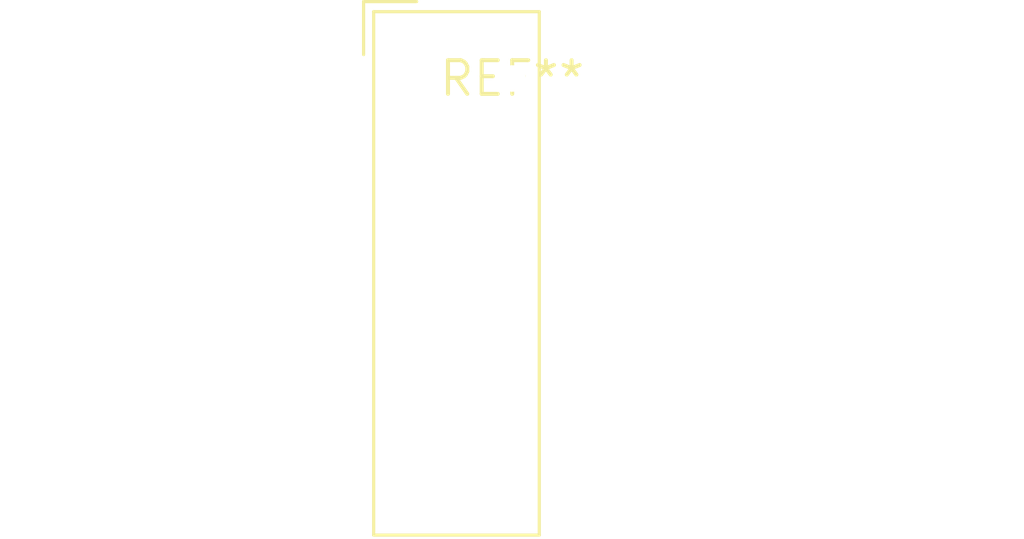
<source format=kicad_pcb>
(kicad_pcb (version 20240108) (generator pcbnew)
  (layers (0 "F.Cu" signal) (31 "B.Cu" signal) (34 "B.Paste" user) (35 "F.Paste" user) (36 "B.SilkS" user "B.Silkscreen") (37 "F.SilkS" user "F.Silkscreen") (38 "B.Mask" user) (39 "F.Mask" user) (44 "Edge.Cuts" user))
  (net 0 "")
  (footprint "Converter_DCDC_TRACO_TEA1-xxxxE_THT" (layer "F.Cu") (at 0 0)
    (property "Reference" "REF**")
    (property "Value" "Converter_DCDC_TRACO_TEA1-xxxxE_THT")
    (fp_line (start -5.6 -2.9) (end -3.6 -2.9) (layer "F.SilkS") (stroke (width 0.12)))
    (fp_line (start -5.6 -0.9) (end -5.6 -2.9) (layer "F.SilkS") (stroke (width 0.12)))
    (fp_line (start -5.22 -2.52) (end -5.22 17.22) (layer "F.SilkS") (stroke (width 0.12)))
    (fp_line (start -5.22 -2.52) (end 1.02 -2.52) (layer "F.SilkS") (stroke (width 0.12)))
    (fp_line (start -5.22 17.22) (end 1.02 17.22) (layer "F.SilkS") (stroke (width 0.12)))
    (fp_line (start 1.02 -2.52) (end 1.02 17.22) (layer "F.SilkS") (stroke (width 0.12)))
    (pad "1" thru_hole rect (at 0 0) (size 1.5 1.5) (drill 1) (layers *.Cu *.Mask) (remove_unused_layers))
    (pad "2" thru_hole circle (at 0 2.54) (size 1.5 1.5) (drill 1) (layers *.Cu *.Mask) (remove_unused_layers))
    (pad "4" thru_hole circle (at 0 7.62) (size 1.5 1.5) (drill 1) (layers *.Cu *.Mask) (remove_unused_layers))
    (pad "6" thru_hole circle (at 0 12.7) (size 1.5 1.5) (drill 1) (layers *.Cu *.Mask) (remove_unused_layers))
  )
)
</source>
